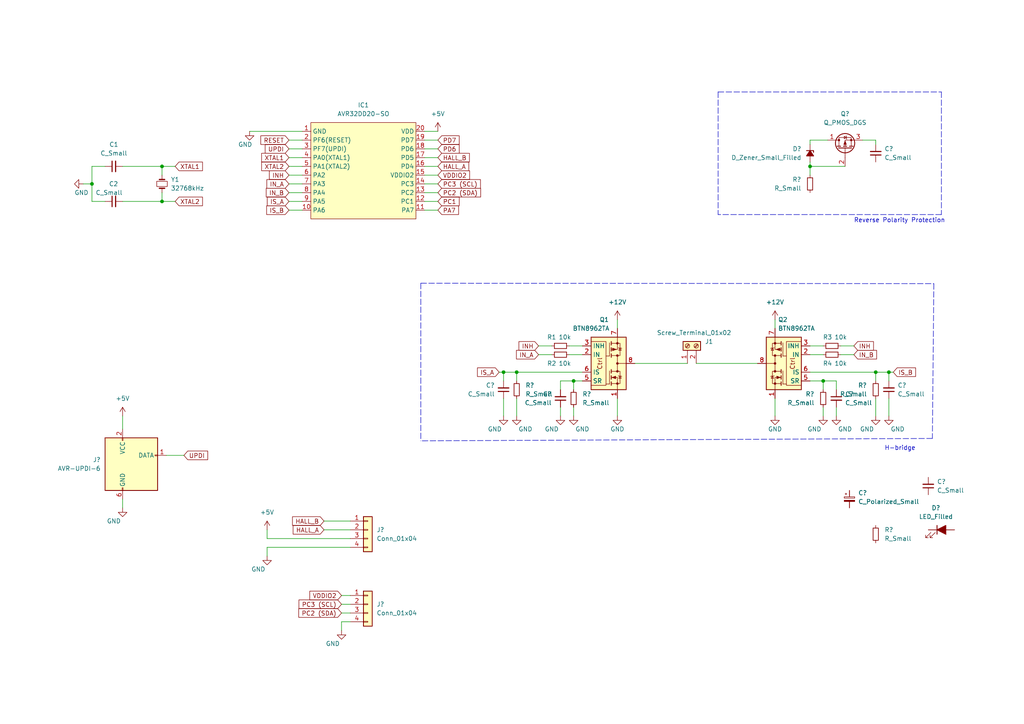
<source format=kicad_sch>
(kicad_sch (version 20211123) (generator eeschema)
  (paper "A4")
  (lib_symbols
    (symbol "Connector:AVR-UPDI-6" (pin_names (offset 1.016))
      (property "Reference" "J" (at -6.35 8.89 0))
      (property "Value" "AVR-UPDI-6" (at 0 8.89 0))
      (symbol "AVR-UPDI-6_0_1"
        (rectangle (start -2.667 -6.858) (end -2.413 -7.62))
        (rectangle (start -2.667 7.62) (end -2.413 6.858))
        (rectangle (start 7.62 2.667) (end 6.858 2.413))
        (rectangle (start 7.62 7.62) (end -7.62 -7.62) (stroke (width 0.254)) (fill (type background)))
      )
      (symbol "AVR-UPDI-6_1_1"
        (pin passive line (at 10.16 2.54 180) (length 2.54) (name "DATA") (number "1"))
        (pin passive line (at -2.54 10.16 270) (length 2.54) (name "VCC") (number "2"))
        (pin no_connect line (at 7.62 0 180) (length 2.54) hide (name "NC") (number "3"))
        (pin no_connect line (at 7.62 -2.54 180) (length 2.54) hide (name "NC") (number "4"))
        (pin no_connect line (at 7.62 -5.08 180) (length 2.54) hide (name "NC") (number "5"))
        (pin passive line (at -2.54 -10.16 90) (length 2.54) (name "GND") (number "6"))
      )
    )
    (symbol "Connector:Screw_Terminal_01x02" (pin_names (offset 1.016) hide)
      (property "Reference" "J" (at 0 2.54 0))
      (property "Value" "Screw_Terminal_01x02" (at 0 -5.08 0))
      (symbol "Screw_Terminal_01x02_1_1"
        (rectangle (start -1.27 1.27) (end 1.27 -3.81) (stroke (width 0.254)) (fill (type background)))
        (circle (center 0 -2.54) (radius 0.635) (stroke (width 0.1524)))
        (polyline (pts (xy -0.5334 -2.2098) (xy 0.3302 -3.048)) (stroke (width 0.1524)))
        (polyline (pts (xy -0.5334 0.3302) (xy 0.3302 -0.508)) (stroke (width 0.1524)))
        (polyline (pts (xy -0.3556 -2.032) (xy 0.508 -2.8702)) (stroke (width 0.1524)))
        (polyline (pts (xy -0.3556 0.508) (xy 0.508 -0.3302)) (stroke (width 0.1524)))
        (circle (center 0 0) (radius 0.635) (stroke (width 0.1524)))
        (pin passive line (at -5.08 0 0) (length 3.81) (name "Pin_1") (number "1"))
        (pin passive line (at -5.08 -2.54 0) (length 3.81) (name "Pin_2") (number "2"))
      )
    )
    (symbol "Connector_Generic:Conn_01x04" (pin_names (offset 1.016) hide)
      (property "Reference" "J" (at 0 5.08 0))
      (property "Value" "Conn_01x04" (at 0 -7.62 0))
      (symbol "Conn_01x04_1_1"
        (rectangle (start -1.27 -4.953) (end 0 -5.207) (stroke (width 0.1524)))
        (rectangle (start -1.27 -2.413) (end 0 -2.667) (stroke (width 0.1524)))
        (rectangle (start -1.27 0.127) (end 0 -0.127) (stroke (width 0.1524)))
        (rectangle (start -1.27 2.667) (end 0 2.413) (stroke (width 0.1524)))
        (rectangle (start -1.27 3.81) (end 1.27 -6.35) (stroke (width 0.254)) (fill (type background)))
        (pin passive line (at -5.08 2.54 0) (length 3.81) (name "Pin_1") (number "1"))
        (pin passive line (at -5.08 0 0) (length 3.81) (name "Pin_2") (number "2"))
        (pin passive line (at -5.08 -2.54 0) (length 3.81) (name "Pin_3") (number "3"))
        (pin passive line (at -5.08 -5.08 0) (length 3.81) (name "Pin_4") (number "4"))
      )
    )
    (symbol "Device:C_Polarized_Small" (pin_numbers hide) (pin_names (offset 0.254) hide)
      (property "Reference" "C" (at 0.254 1.778 0))
      (property "Value" "C_Polarized_Small" (at 0.254 -2.032 0))
      (symbol "C_Polarized_Small_0_1"
        (rectangle (start -1.524 -0.3048) (end 1.524 -0.6858) (fill (type outline)))
        (rectangle (start -1.524 0.6858) (end 1.524 0.3048))
        (polyline (pts (xy -1.27 1.524) (xy -0.762 1.524)))
        (polyline (pts (xy -1.016 1.27) (xy -1.016 1.778)))
      )
      (symbol "C_Polarized_Small_1_1"
        (pin passive line (at 0 2.54 270) (length 1.8542) (name "~") (number "1"))
        (pin passive line (at 0 -2.54 90) (length 1.8542) (name "~") (number "2"))
      )
    )
    (symbol "Device:C_Small" (pin_numbers hide) (pin_names (offset 0.254) hide)
      (property "Reference" "C" (at 0.254 1.778 0))
      (property "Value" "C_Small" (at 0.254 -2.032 0))
      (symbol "C_Small_0_1"
        (polyline (pts (xy -1.524 -0.508) (xy 1.524 -0.508)) (stroke (width 0.3302)))
        (polyline (pts (xy -1.524 0.508) (xy 1.524 0.508)) (stroke (width 0.3048)))
      )
      (symbol "C_Small_1_1"
        (pin passive line (at 0 2.54 270) (length 2.032) (name "~") (number "1"))
        (pin passive line (at 0 -2.54 90) (length 2.032) (name "~") (number "2"))
      )
    )
    (symbol "Device:Crystal_Small" (pin_numbers hide) (pin_names (offset 1.016) hide)
      (property "Reference" "Y" (at 0 2.54 0))
      (property "Value" "Crystal_Small" (at 0 -2.54 0))
      (symbol "Crystal_Small_0_1"
        (rectangle (start -0.762 -1.524) (end 0.762 1.524))
        (polyline (pts (xy -1.27 -0.762) (xy -1.27 0.762)) (stroke (width 0.381)))
        (polyline (pts (xy 1.27 -0.762) (xy 1.27 0.762)) (stroke (width 0.381)))
      )
      (symbol "Crystal_Small_1_1"
        (pin passive line (at -2.54 0 0) (length 1.27) (name "1") (number "1"))
        (pin passive line (at 2.54 0 180) (length 1.27) (name "2") (number "2"))
      )
    )
    (symbol "Device:D_Zener_Small_Filled" (pin_numbers hide) (pin_names (offset 0.254) hide)
      (property "Reference" "D" (at 0 2.286 0))
      (property "Value" "D_Zener_Small_Filled" (at 0 -2.286 0))
      (symbol "D_Zener_Small_Filled_0_1"
        (polyline (pts (xy 0.762 0) (xy -0.762 0)))
        (polyline (pts (xy -0.254 1.016) (xy -0.762 1.016) (xy -0.762 -1.016)) (stroke (width 0.254)))
        (polyline (pts (xy 0.762 1.016) (xy -0.762 0) (xy 0.762 -1.016) (xy 0.762 1.016)) (stroke (width 0.254)) (fill (type outline)))
      )
      (symbol "D_Zener_Small_Filled_1_1"
        (pin passive line (at -2.54 0 0) (length 1.778) (name "K") (number "1"))
        (pin passive line (at 2.54 0 180) (length 1.778) (name "A") (number "2"))
      )
    )
    (symbol "Device:LED_Filled" (pin_numbers hide) (pin_names (offset 1.016) hide)
      (property "Reference" "D" (at 0 2.54 0))
      (property "Value" "LED_Filled" (at 0 -2.54 0))
      (symbol "LED_Filled_0_1"
        (polyline (pts (xy -1.27 -1.27) (xy -1.27 1.27)) (stroke (width 0.254)))
        (polyline (pts (xy -1.27 0) (xy 1.27 0)))
        (polyline (pts (xy 1.27 -1.27) (xy 1.27 1.27) (xy -1.27 0) (xy 1.27 -1.27)) (stroke (width 0.254)) (fill (type outline)))
        (polyline (pts (xy -3.048 -0.762) (xy -4.572 -2.286) (xy -3.81 -2.286) (xy -4.572 -2.286) (xy -4.572 -1.524)))
        (polyline (pts (xy -1.778 -0.762) (xy -3.302 -2.286) (xy -2.54 -2.286) (xy -3.302 -2.286) (xy -3.302 -1.524)))
      )
      (symbol "LED_Filled_1_1"
        (pin passive line (at -3.81 0 0) (length 2.54) (name "K") (number "1"))
        (pin passive line (at 3.81 0 180) (length 2.54) (name "A") (number "2"))
      )
    )
    (symbol "Device:Q_PMOS_DGS" (pin_names (offset 0) hide)
      (property "Reference" "Q" (at 5.08 1.27 0))
      (property "Value" "Q_PMOS_DGS" (at 5.08 -1.27 0))
      (symbol "Q_PMOS_DGS_0_1"
        (polyline (pts (xy 0.254 0) (xy -2.54 0)))
        (polyline (pts (xy 0.254 1.905) (xy 0.254 -1.905)) (stroke (width 0.254)))
        (polyline (pts (xy 0.762 -1.27) (xy 0.762 -2.286)) (stroke (width 0.254)))
        (polyline (pts (xy 0.762 0.508) (xy 0.762 -0.508)) (stroke (width 0.254)))
        (polyline (pts (xy 0.762 2.286) (xy 0.762 1.27)) (stroke (width 0.254)))
        (polyline (pts (xy 2.54 2.54) (xy 2.54 1.778)))
        (polyline (pts (xy 2.54 -2.54) (xy 2.54 0) (xy 0.762 0)))
        (polyline (pts (xy 0.762 1.778) (xy 3.302 1.778) (xy 3.302 -1.778) (xy 0.762 -1.778)))
        (polyline (pts (xy 2.286 0) (xy 1.27 0.381) (xy 1.27 -0.381) (xy 2.286 0)) (fill (type outline)))
        (polyline (pts (xy 2.794 -0.508) (xy 2.921 -0.381) (xy 3.683 -0.381) (xy 3.81 -0.254)))
        (polyline (pts (xy 3.302 -0.381) (xy 2.921 0.254) (xy 3.683 0.254) (xy 3.302 -0.381)))
        (circle (center 1.651 0) (radius 2.794) (stroke (width 0.254)))
        (circle (center 2.54 -1.778) (radius 0.254) (fill (type outline)))
        (circle (center 2.54 1.778) (radius 0.254) (fill (type outline)))
      )
      (symbol "Q_PMOS_DGS_1_1"
        (pin passive line (at 2.54 5.08 270) (length 2.54) (name "D") (number "1"))
        (pin input line (at -5.08 0 0) (length 2.54) (name "G") (number "2"))
        (pin passive line (at 2.54 -5.08 90) (length 2.54) (name "S") (number "3"))
      )
    )
    (symbol "Device:R_Small" (pin_numbers hide) (pin_names (offset 0.254) hide)
      (property "Reference" "R" (at 0.762 0.508 0))
      (property "Value" "R_Small" (at 0.762 -1.016 0))
      (symbol "R_Small_0_1"
        (rectangle (start -0.762 1.778) (end 0.762 -1.778) (stroke (width 0.2032)))
      )
      (symbol "R_Small_1_1"
        (pin passive line (at 0 2.54 270) (length 0.762) (name "~") (number "1"))
        (pin passive line (at 0 -2.54 90) (length 0.762) (name "~") (number "2"))
      )
    )
    (symbol "MCU_Microchip_AVR-DD:AVR32DD20-SO"
      (property "Reference" "IC" (at -13.97 15.24 0))
      (property "Value" "AVR32DD20-SO" (at 0 -5.08 0))
      (symbol "AVR32DD20-SO_0_1"
        (rectangle (start -15.24 13.97) (end 15.24 -13.97) (fill (type background)))
      )
      (symbol "AVR32DD20-SO_1_1"
        (pin power_in line (at -17.78 11.43 0) (length 2.54) (name "GND") (number "1"))
        (pin bidirectional line (at -17.78 -11.43 0) (length 2.54) (name "PA6") (number "10"))
        (pin bidirectional line (at 17.78 -11.43 180) (length 2.54) (name "PA7") (number "11"))
        (pin bidirectional line (at 17.78 -8.89 180) (length 2.54) (name "PC1") (number "12"))
        (pin bidirectional line (at 17.78 -6.35 180) (length 2.54) (name "PC2") (number "13"))
        (pin bidirectional line (at 17.78 -3.81 180) (length 2.54) (name "PC3") (number "14"))
        (pin power_in line (at 17.78 -1.27 180) (length 2.54) (name "VDDIO2") (number "15"))
        (pin bidirectional line (at 17.78 1.27 180) (length 2.54) (name "PD4") (number "16"))
        (pin bidirectional line (at 17.78 3.81 180) (length 2.54) (name "PD5") (number "17"))
        (pin bidirectional line (at 17.78 6.35 180) (length 2.54) (name "PD6") (number "18"))
        (pin bidirectional line (at 17.78 8.89 180) (length 2.54) (name "PD7") (number "19"))
        (pin bidirectional line (at -17.78 8.89 0) (length 2.54) (name "PF6(RESET)") (number "2"))
        (pin power_in line (at 17.78 11.43 180) (length 2.54) (name "VDD") (number "20"))
        (pin bidirectional line (at -17.78 6.35 0) (length 2.54) (name "PF7(UPDI)") (number "3"))
        (pin bidirectional line (at -17.78 3.81 0) (length 2.54) (name "PA0(XTAL1)") (number "4"))
        (pin bidirectional line (at -17.78 1.27 0) (length 2.54) (name "PA1(XTAL2)") (number "5"))
        (pin bidirectional line (at -17.78 -1.27 0) (length 2.54) (name "PA2") (number "6"))
        (pin bidirectional line (at -17.78 -3.81 0) (length 2.54) (name "PA3") (number "7"))
        (pin bidirectional line (at -17.78 -6.35 0) (length 2.54) (name "PA4") (number "8"))
        (pin bidirectional line (at -17.78 -8.89 0) (length 2.54) (name "PA5") (number "9"))
      )
    )
    (symbol "power:+12V" (power) (pin_names (offset 0))
      (property "Value" "+12V" (at 0 3.556 0))
      (symbol "+12V_0_1"
        (polyline (pts (xy -0.762 1.27) (xy 0 2.54)))
        (polyline (pts (xy 0 0) (xy 0 2.54)))
        (polyline (pts (xy 0 2.54) (xy 0.762 1.27)))
      )
      (symbol "+12V_1_1"
        (pin power_in line (at 0 0 90) (length 0) hide (name "+12V") (number "1"))
      )
    )
    (symbol "power:+5V" (power) (pin_names (offset 0))
      (property "Value" "+5V" (at 0 3.556 0))
      (symbol "+5V_0_1"
        (polyline (pts (xy -0.762 1.27) (xy 0 2.54)))
        (polyline (pts (xy 0 0) (xy 0 2.54)))
        (polyline (pts (xy 0 2.54) (xy 0.762 1.27)))
      )
      (symbol "+5V_1_1"
        (pin power_in line (at 0 0 90) (length 0) hide (name "+5V") (number "1"))
      )
    )
    (symbol "power:GND" (power) (pin_names (offset 0))
      (property "Value" "GND" (at 0 -3.81 0))
      (symbol "GND_0_1"
        (polyline (pts (xy 0 0) (xy 0 -1.27) (xy 1.27 -1.27) (xy 0 -2.54) (xy -1.27 -1.27) (xy 0 -1.27)))
      )
      (symbol "GND_1_1"
        (pin power_in line (at 0 0 270) (length 0) hide (name "GND") (number "1"))
      )
    )
    (symbol "rns_symbols:BTN8962TA"
      (property "Reference" "Q" (at 7.62 7.62 0))
      (property "Value" "BTN8962TA" (at -5.08 10.16 0))
      (symbol "BTN8962TA_0_1"
        (rectangle (start -5.08 7.62) (end 5.08 -7.62) (stroke (width 0.254)) (fill (type background)))
        (polyline (pts (xy 0.254 -5.969) (xy -0.762 -5.969)))
        (polyline (pts (xy 0.254 2.159) (xy -0.762 2.159)))
        (polyline (pts (xy 2.54 0) (xy 5.08 0)))
        (polyline (pts (xy 2.54 2.286) (xy 2.54 -2.286)))
        (polyline (pts (xy 2.54 -5.842) (xy 2.54 -7.62) (xy 2.54 -6.858)))
        (polyline (pts (xy -5.08 6.35) (xy -0.762 6.35) (xy -0.762 -6.35) (xy -5.08 -6.35)))
      )
      (symbol "BTN8962TA_1_0"
        (text "Ctrl" (at -2.54 0 900) (effects (font (size 1.27 1.27))))
      )
      (symbol "BTN8962TA_1_1"
        (polyline (pts (xy 0.762 -5.842) (xy 2.54 -5.842)))
        (polyline (pts (xy 0.762 -5.334) (xy 0.762 -6.35)) (stroke (width 0.254)))
        (polyline (pts (xy 0.762 -4.064) (xy 2.54 -4.064)))
        (polyline (pts (xy 0.762 -3.556) (xy 0.762 -4.572)) (stroke (width 0.254)))
        (polyline (pts (xy 0.762 -2.286) (xy 2.54 -2.286)))
        (polyline (pts (xy 0.762 -1.778) (xy 0.762 -2.794)) (stroke (width 0.254)))
        (polyline (pts (xy 0.762 2.286) (xy 2.54 2.286)))
        (polyline (pts (xy 0.762 2.794) (xy 0.762 1.778)) (stroke (width 0.254)))
        (polyline (pts (xy 0.762 4.064) (xy 2.54 4.064)))
        (polyline (pts (xy 0.762 4.572) (xy 0.762 3.556)) (stroke (width 0.254)))
        (polyline (pts (xy 0.762 5.842) (xy 2.54 5.842)))
        (polyline (pts (xy 0.762 6.35) (xy 0.762 5.334)) (stroke (width 0.254)))
        (polyline (pts (xy 2.54 -5.842) (xy 2.54 -4.064)))
        (polyline (pts (xy 2.54 4.064) (xy 2.54 5.842)))
        (polyline (pts (xy 2.54 7.62) (xy 2.54 5.842)))
        (polyline (pts (xy 0.254 -2.159) (xy 0.254 -5.969) (xy 0.254 -5.969)))
        (polyline (pts (xy 0.254 5.969) (xy 0.254 2.159) (xy 0.254 2.159)))
        (polyline (pts (xy 1.016 -4.064) (xy 2.032 -3.683) (xy 2.032 -4.445) (xy 1.016 -4.064)) (fill (type outline)))
        (polyline (pts (xy 2.159 4.064) (xy 1.143 3.683) (xy 1.143 4.445) (xy 2.159 4.064)) (fill (type outline)))
        (polyline (pts (xy 2.54 -5.842) (xy 3.302 -5.842) (xy 3.302 -2.286) (xy 2.54 -2.286)))
        (polyline (pts (xy 2.54 2.286) (xy 3.302 2.286) (xy 3.302 5.842) (xy 2.54 5.842)))
        (polyline (pts (xy 2.794 -3.556) (xy 2.921 -3.683) (xy 3.683 -3.683) (xy 3.81 -3.81)))
        (polyline (pts (xy 2.794 4.572) (xy 2.921 4.445) (xy 3.683 4.445) (xy 3.81 4.318)))
        (polyline (pts (xy 3.302 -3.683) (xy 2.921 -4.318) (xy 3.683 -4.318) (xy 3.302 -3.683)))
        (polyline (pts (xy 3.302 4.445) (xy 2.921 3.81) (xy 3.683 3.81) (xy 3.302 4.445)))
        (circle (center 2.54 -5.842) (radius 0.2794) (fill (type outline)))
        (circle (center 2.54 -2.286) (radius 0.2794) (fill (type outline)))
        (circle (center 2.54 0) (radius 0.2794) (fill (type outline)))
        (circle (center 2.54 2.286) (radius 0.2794) (fill (type outline)))
        (circle (center 2.54 5.842) (radius 0.2794) (fill (type outline)))
        (pin power_in line (at 2.54 -10.16 90) (length 2.54) (name "~") (number "1"))
        (pin input line (at -7.62 2.54 0) (length 2.54) (name "IN") (number "2"))
        (pin input line (at -7.62 5.08 0) (length 2.54) (name "INH") (number "3"))
        (pin passive line (at 7.62 0 180) (length 2.54) hide (name "~") (number "4"))
        (pin input line (at -7.62 -5.08 0) (length 2.54) (name "SR") (number "5"))
        (pin output line (at -7.62 -2.54 0) (length 2.54) (name "IS") (number "6"))
        (pin power_in line (at 2.54 10.16 270) (length 2.54) (name "~") (number "7"))
        (pin passive line (at 7.62 0 180) (length 2.54) (name "~") (number "8"))
      )
    )
  )
  (junction (at 234.95 48.26))
  (junction (at 26.67 53.34))
  (junction (at 166.37 110.49))
  (junction (at 46.99 48.26))
  (junction (at 149.86 107.95))
  (junction (at 254 107.95))
  (junction (at 46.99 58.42))
  (junction (at 257.81 107.95))
  (junction (at 238.76 110.49))
  (junction (at 146.05 107.95))
  (wire (pts (xy 127 58.42) (xy 123.19 58.42)))
  (wire (pts (xy 224.79 115.57) (xy 224.79 120.65)))
  (wire (pts (xy 99.06 172.72) (xy 101.6 172.72)))
  (wire (pts (xy 53.34 132.08) (xy 48.26 132.08)))
  (wire (pts (xy 77.47 156.21) (xy 77.47 153.67)))
  (wire (pts (xy 234.95 48.26) (xy 234.95 50.8)))
  (polyline (pts (xy 270.4289 127.1677) (xy 122.0546 127.8631)))
  (wire (pts (xy 93.98 153.67) (xy 101.6 153.67)))
  (wire (pts (xy 168.91 110.49) (xy 166.37 110.49)))
  (wire (pts (xy 254 40.64) (xy 254 41.91)))
  (wire (pts (xy 243.84 102.87) (xy 247.65 102.87)))
  (wire (pts (xy 46.99 48.26) (xy 46.99 50.8)))
  (polyline (pts (xy 273.05 26.67) (xy 273.05 62.23)))
  (wire (pts (xy 83.82 43.18) (xy 87.63 43.18)))
  (wire (pts (xy 26.67 53.34) (xy 26.67 48.26)))
  (wire (pts (xy 234.95 46.99) (xy 234.95 48.26)))
  (wire (pts (xy 77.47 156.21) (xy 101.6 156.21)))
  (wire (pts (xy 234.95 100.33) (xy 238.76 100.33)))
  (wire (pts (xy 83.82 55.88) (xy 87.63 55.88)))
  (wire (pts (xy 242.57 113.03) (xy 242.57 110.49)))
  (wire (pts (xy 83.82 60.96) (xy 87.63 60.96)))
  (wire (pts (xy 26.67 48.26) (xy 30.48 48.26)))
  (wire (pts (xy 165.1 100.33) (xy 168.91 100.33)))
  (wire (pts (xy 72.39 38.1) (xy 87.63 38.1)))
  (wire (pts (xy 77.47 158.75) (xy 77.47 161.29)))
  (wire (pts (xy 127 55.88) (xy 123.19 55.88)))
  (wire (pts (xy 166.37 120.65) (xy 166.37 118.11)))
  (wire (pts (xy 83.82 40.64) (xy 87.63 40.64)))
  (polyline (pts (xy 208.28 26.67) (xy 208.28 62.23)))
  (polyline (pts (xy 270.8544 82.2679) (xy 270.4289 127.1677)))
  (wire (pts (xy 238.76 120.65) (xy 238.76 118.11)))
  (wire (pts (xy 149.86 115.57) (xy 149.86 120.65)))
  (wire (pts (xy 162.56 113.03) (xy 162.56 110.49)))
  (wire (pts (xy 127 53.34) (xy 123.19 53.34)))
  (wire (pts (xy 238.76 110.49) (xy 238.76 113.03)))
  (wire (pts (xy 83.82 50.8) (xy 87.63 50.8)))
  (wire (pts (xy 24.13 53.34) (xy 26.67 53.34)))
  (wire (pts (xy 123.19 43.18) (xy 127 43.18)))
  (polyline (pts (xy 273.05 62.23) (xy 208.28 62.23)))
  (wire (pts (xy 123.19 48.26) (xy 127 48.26)))
  (wire (pts (xy 242.57 120.65) (xy 242.57 118.11)))
  (wire (pts (xy 162.56 120.65) (xy 162.56 118.11)))
  (wire (pts (xy 123.19 40.64) (xy 127 40.64)))
  (wire (pts (xy 83.82 48.26) (xy 87.63 48.26)))
  (wire (pts (xy 234.95 107.95) (xy 254 107.95)))
  (wire (pts (xy 123.19 50.8) (xy 127 50.8)))
  (wire (pts (xy 149.86 107.95) (xy 168.91 107.95)))
  (wire (pts (xy 35.56 58.42) (xy 46.99 58.42)))
  (wire (pts (xy 83.82 45.72) (xy 87.63 45.72)))
  (wire (pts (xy 99.06 180.34) (xy 99.06 182.88)))
  (wire (pts (xy 234.95 41.91) (xy 234.95 40.64)))
  (wire (pts (xy 242.57 110.49) (xy 238.76 110.49)))
  (wire (pts (xy 26.67 58.42) (xy 26.67 53.34)))
  (wire (pts (xy 166.37 110.49) (xy 166.37 113.03)))
  (wire (pts (xy 257.81 110.49) (xy 257.81 107.95)))
  (wire (pts (xy 250.19 40.64) (xy 254 40.64)))
  (wire (pts (xy 77.47 158.75) (xy 101.6 158.75)))
  (wire (pts (xy 123.19 60.96) (xy 127 60.96)))
  (wire (pts (xy 35.56 48.26) (xy 46.99 48.26)))
  (wire (pts (xy 99.06 177.8) (xy 101.6 177.8)))
  (wire (pts (xy 234.95 102.87) (xy 238.76 102.87)))
  (wire (pts (xy 201.93 105.41) (xy 219.71 105.41)))
  (wire (pts (xy 146.05 110.49) (xy 146.05 107.95)))
  (wire (pts (xy 35.56 144.78) (xy 35.56 147.32)))
  (polyline (pts (xy 208.28 26.67) (xy 273.05 26.67)))
  (wire (pts (xy 179.07 115.57) (xy 179.07 120.65)))
  (wire (pts (xy 83.82 58.42) (xy 87.63 58.42)))
  (wire (pts (xy 165.1 102.87) (xy 168.91 102.87)))
  (wire (pts (xy 123.19 45.72) (xy 127 45.72)))
  (wire (pts (xy 162.56 110.49) (xy 166.37 110.49)))
  (wire (pts (xy 99.06 175.26) (xy 101.6 175.26)))
  (wire (pts (xy 234.95 110.49) (xy 238.76 110.49)))
  (wire (pts (xy 179.07 92.71) (xy 179.07 95.25)))
  (wire (pts (xy 46.99 58.42) (xy 50.8 58.42)))
  (wire (pts (xy 144.78 107.95) (xy 146.05 107.95)))
  (wire (pts (xy 93.98 151.13) (xy 101.6 151.13)))
  (wire (pts (xy 30.48 58.42) (xy 26.67 58.42)))
  (wire (pts (xy 156.21 102.87) (xy 160.02 102.87)))
  (wire (pts (xy 146.05 107.95) (xy 149.86 107.95)))
  (wire (pts (xy 83.82 53.34) (xy 87.63 53.34)))
  (wire (pts (xy 123.19 38.1) (xy 127 38.1)))
  (wire (pts (xy 156.21 100.33) (xy 160.02 100.33)))
  (wire (pts (xy 254 107.95) (xy 254 110.49)))
  (wire (pts (xy 257.81 107.95) (xy 254 107.95)))
  (wire (pts (xy 184.15 105.41) (xy 199.39 105.41)))
  (wire (pts (xy 146.05 115.57) (xy 146.05 120.65)))
  (wire (pts (xy 46.99 48.26) (xy 50.8 48.26)))
  (wire (pts (xy 149.86 107.95) (xy 149.86 110.49)))
  (polyline (pts (xy 122.0546 82.1431) (xy 270.8544 82.2679)))
  (wire (pts (xy 234.95 48.26) (xy 245.11 48.26)))
  (wire (pts (xy 35.56 120.65) (xy 35.56 124.46)))
  (wire (pts (xy 243.84 100.33) (xy 247.65 100.33)))
  (wire (pts (xy 101.6 180.34) (xy 99.06 180.34)))
  (polyline (pts (xy 122.0546 82.1431) (xy 122.0546 127.8631)))
  (wire (pts (xy 257.81 107.95) (xy 259.08 107.95)))
  (wire (pts (xy 254 115.57) (xy 254 120.65)))
  (wire (pts (xy 224.79 92.71) (xy 224.79 95.25)))
  (wire (pts (xy 234.95 40.64) (xy 240.03 40.64)))
  (wire (pts (xy 257.81 115.57) (xy 257.81 120.65)))
  (wire (pts (xy 46.99 55.88) (xy 46.99 58.42)))
  (text "Reverse Polarity Protection" (at 247.65 64.77 0) (effects (font (size 1.27 1.27)) (justify left bottom)))
  (text "H-bridge" (at 256.54 130.81 0) (effects (font (size 1.27 1.27)) (justify left bottom)))
  (global_label "IS_B" (shape input) (at 259.08 107.95 0) (property "Intersheet References" "${INTERSHEET_REFS}" (effects hide)))
  (global_label "PC1" (shape input) (at 127 58.42 0) (property "Intersheet References" "${INTERSHEET_REFS}" (effects hide)))
  (global_label "HALL_A" (shape input) (at 127 48.26 0) (property "Intersheet References" "${INTERSHEET_REFS}" (effects hide)))
  (global_label "VDDIO2" (shape input) (at 127 50.8 0) (property "Intersheet References" "${INTERSHEET_REFS}" (effects hide)))
  (global_label "XTAL2" (shape input) (at 83.82 48.26 180) (property "Intersheet References" "${INTERSHEET_REFS}" (effects hide)))
  (global_label "PC2 (SDA)" (shape input) (at 127 55.88 0) (property "Intersheet References" "${INTERSHEET_REFS}" (effects hide)))
  (global_label "PC3 (SCL)" (shape input) (at 99.06 175.26 180) (property "Intersheet References" "${INTERSHEET_REFS}" (effects hide)))
  (global_label "PC3 (SCL)" (shape input) (at 127 53.34 0) (property "Intersheet References" "${INTERSHEET_REFS}" (effects hide)))
  (global_label "IS_B" (shape input) (at 83.82 60.96 180) (property "Intersheet References" "${INTERSHEET_REFS}" (effects hide)))
  (global_label "HALL_B" (shape input) (at 127 45.72 0) (property "Intersheet References" "${INTERSHEET_REFS}" (effects hide)))
  (global_label "INH" (shape input) (at 156.21 100.33 180) (property "Intersheet References" "${INTERSHEET_REFS}" (effects hide)))
  (global_label "INH" (shape input) (at 247.65 100.33 0) (property "Intersheet References" "${INTERSHEET_REFS}" (effects hide)))
  (global_label "HALL_B" (shape input) (at 93.98 151.13 180) (property "Intersheet References" "${INTERSHEET_REFS}" (effects hide)))
  (global_label "PD7" (shape input) (at 127 40.64 0) (property "Intersheet References" "${INTERSHEET_REFS}" (effects hide)))
  (global_label "PA7" (shape input) (at 127 60.96 0) (property "Intersheet References" "${INTERSHEET_REFS}" (effects hide)))
  (global_label "UPDI" (shape input) (at 53.34 132.08 0) (property "Intersheet References" "${INTERSHEET_REFS}" (effects hide)))
  (global_label "INH" (shape input) (at 83.82 50.8 180) (property "Intersheet References" "${INTERSHEET_REFS}" (effects hide)))
  (global_label "HALL_A" (shape input) (at 93.98 153.67 180) (property "Intersheet References" "${INTERSHEET_REFS}" (effects hide)))
  (global_label "XTAL1" (shape input) (at 50.8 48.26 0) (property "Intersheet References" "${INTERSHEET_REFS}" (effects hide)))
  (global_label "IN_A" (shape input) (at 156.21 102.87 180) (property "Intersheet References" "${INTERSHEET_REFS}" (effects hide)))
  (global_label "IN_A" (shape input) (at 83.82 53.34 180) (property "Intersheet References" "${INTERSHEET_REFS}" (effects hide)))
  (global_label "IN_B" (shape input) (at 247.65 102.87 0) (property "Intersheet References" "${INTERSHEET_REFS}" (effects hide)))
  (global_label "RESET" (shape input) (at 83.82 40.64 180) (property "Intersheet References" "${INTERSHEET_REFS}" (effects hide)))
  (global_label "PD6" (shape input) (at 127 43.18 0) (property "Intersheet References" "${INTERSHEET_REFS}" (effects hide)))
  (global_label "XTAL2" (shape input) (at 50.8 58.42 0) (property "Intersheet References" "${INTERSHEET_REFS}" (effects hide)))
  (global_label "IS_A" (shape input) (at 83.82 58.42 180) (property "Intersheet References" "${INTERSHEET_REFS}" (effects hide)))
  (global_label "XTAL1" (shape input) (at 83.82 45.72 180) (property "Intersheet References" "${INTERSHEET_REFS}" (effects hide)))
  (global_label "IS_A" (shape input) (at 144.78 107.95 180) (property "Intersheet References" "${INTERSHEET_REFS}" (effects hide)))
  (global_label "VDDIO2" (shape input) (at 99.06 172.72 180) (property "Intersheet References" "${INTERSHEET_REFS}" (effects hide)))
  (global_label "UPDI" (shape input) (at 83.82 43.18 180) (property "Intersheet References" "${INTERSHEET_REFS}" (effects hide)))
  (global_label "PC2 (SDA)" (shape input) (at 99.06 177.8 180) (property "Intersheet References" "${INTERSHEET_REFS}" (effects hide)))
  (global_label "IN_B" (shape input) (at 83.82 55.88 180) (property "Intersheet References" "${INTERSHEET_REFS}" (effects hide)))
  (symbol (lib_id "Device:LED_Filled") (at 273.05 153.67 0) (unit 1)
    (property "Reference" "D?" (at 271.4625 147.32 0))
    (property "Value" "LED_Filled" (at 271.4625 149.86 0))
  )
  (symbol (lib_id "Device:Q_PMOS_DGS") (at 245.11 43.18 90) (unit 1)
    (property "Reference" "Q?" (at 245.11 33.02 90))
    (property "Value" "Q_PMOS_DGS" (at 245.11 35.56 90))
  )
  (symbol (lib_id "MCU_Microchip_AVR-DD:AVR32DD20-SO") (at 105.41 49.53 0) (unit 1)
    (property "Reference" "IC1" (at 105.41 30.48 0))
    (property "Value" "AVR32DD20-SO" (at 105.41 33.02 0))
    (property "Footprint" "Package_SO:SOIC-20W_7.5x12.8mm_P1.27mm" (effects hide))
  )
  (symbol (lib_id "Device:C_Small") (at 242.57 115.57 0) (unit 1)
    (property "Reference" "C?" (at 245.11 114.3062 0) (effects (justify left)))
    (property "Value" "C_Small" (at 245.11 116.8462 0) (effects (justify left)))
  )
  (symbol (lib_id "Device:C_Polarized_Small") (at 246.38 144.78 0) (unit 1)
    (property "Reference" "C?" (at 248.92 142.9638 0) (effects (justify left)))
    (property "Value" "C_Polarized_Small" (at 248.92 145.5038 0) (effects (justify left)))
  )
  (symbol (lib_id "Device:R_Small") (at 162.56 102.87 270) (unit 1)
    (property "Reference" "R2" (at 160.02 105.41 90))
    (property "Value" "10k" (at 163.83 105.41 90))
  )
  (symbol (lib_id "Device:C_Small") (at 257.81 113.03 180) (unit 1)
    (property "Reference" "C?" (at 260.35 111.7535 0) (effects (justify right)))
    (property "Value" "C_Small" (at 260.35 114.2935 0) (effects (justify right)))
  )
  (symbol (lib_id "Device:R_Small") (at 241.3 100.33 90) (unit 1)
    (property "Reference" "R3" (at 240.03 97.79 90))
    (property "Value" "10k" (at 243.84 97.79 90))
  )
  (symbol (lib_id "power:+12V") (at 179.07 92.71 0) (unit 1)
    (property "Reference" "#PWR?" (effects hide))
    (property "Value" "+12V" (at 179.07 87.63 0))
  )
  (symbol (lib_id "power:GND") (at 238.76 120.65 0) (unit 1)
    (property "Reference" "#PWR?" (effects hide))
    (property "Value" "GND" (at 236.22 124.46 0))
  )
  (symbol (lib_id "power:GND") (at 77.47 161.29 0) (unit 1)
    (property "Reference" "#PWR?" (effects hide))
    (property "Value" "GND" (at 74.93 165.1 0))
  )
  (symbol (lib_id "power:GND") (at 149.86 120.65 0) (unit 1)
    (property "Reference" "#PWR?" (effects hide))
    (property "Value" "GND" (at 152.4 124.46 0))
  )
  (symbol (lib_id "power:+5V") (at 127 38.1 0) (unit 1)
    (property "Reference" "#PWR?" (effects hide))
    (property "Value" "+5V" (at 127 33.02 0))
  )
  (symbol (lib_id "Device:R_Small") (at 241.3 102.87 90) (unit 1)
    (property "Reference" "R4" (at 240.03 105.41 90))
    (property "Value" "10k" (at 243.84 105.41 90))
  )
  (symbol (lib_id "Connector:AVR-UPDI-6") (at 38.1 134.62 0) (unit 1)
    (property "Reference" "J?" (at 29.21 133.3499 0) (effects (justify right)))
    (property "Value" "AVR-UPDI-6" (at 29.21 135.8899 0) (effects (justify right)))
    (property "Datasheet" "https://www.microchip.com/webdoc/GUID-9D10622A-5C16-4405-B092-1BDD437B4976/index.html?GUID-9B349315-2842-4189-B88C-49F4E1055D7F" (effects hide))
  )
  (symbol (lib_id "power:GND") (at 254 120.65 0) (unit 1)
    (property "Reference" "#PWR?" (effects hide))
    (property "Value" "GND" (at 251.46 124.46 0))
  )
  (symbol (lib_id "power:GND") (at 179.07 120.65 0) (unit 1)
    (property "Reference" "#PWR?" (effects hide))
    (property "Value" "GND" (at 179.07 124.46 0))
  )
  (symbol (lib_id "power:GND") (at 257.81 120.65 0) (unit 1)
    (property "Reference" "#PWR?" (effects hide))
    (property "Value" "GND" (at 260.35 124.46 0))
  )
  (symbol (lib_id "Device:R_Small") (at 234.95 53.34 0) (mirror x) (unit 1)
    (property "Reference" "R?" (at 232.41 52.0699 0) (effects (justify right)))
    (property "Value" "R_Small" (at 232.41 54.6099 0) (effects (justify right)))
  )
  (symbol (lib_id "power:GND") (at 242.57 120.65 0) (unit 1)
    (property "Reference" "#PWR?" (effects hide))
    (property "Value" "GND" (at 245.11 124.46 0))
  )
  (symbol (lib_id "Device:C_Small") (at 33.02 48.26 90) (unit 1)
    (property "Reference" "C1" (at 33.0263 41.91 90))
    (property "Value" "C_Small" (at 33.0263 44.45 90))
  )
  (symbol (lib_id "power:+12V") (at 224.79 92.71 0) (unit 1)
    (property "Reference" "#PWR?" (effects hide))
    (property "Value" "+12V" (at 224.79 87.63 0))
  )
  (symbol (lib_id "power:GND") (at 146.05 120.65 0) (unit 1)
    (property "Reference" "#PWR?" (effects hide))
    (property "Value" "GND" (at 143.51 124.46 0))
  )
  (symbol (lib_id "Connector_Generic:Conn_01x04") (at 106.68 175.26 0) (unit 1)
    (property "Reference" "J?" (at 109.22 175.2599 0) (effects (justify left)))
    (property "Value" "Conn_01x04" (at 109.22 177.7999 0) (effects (justify left)))
  )
  (symbol (lib_id "power:GND") (at 35.56 147.32 0) (unit 1)
    (property "Reference" "#PWR?" (effects hide))
    (property "Value" "GND" (at 33.02 151.13 0))
  )
  (symbol (lib_id "Device:R_Small") (at 254 154.94 0) (unit 1)
    (property "Reference" "R?" (at 256.54 153.6699 0) (effects (justify left)))
    (property "Value" "R_Small" (at 256.54 156.2099 0) (effects (justify left)))
  )
  (symbol (lib_id "Device:R_Small") (at 149.86 113.03 0) (unit 1)
    (property "Reference" "R?" (at 152.4 111.7599 0) (effects (justify left)))
    (property "Value" "R_Small" (at 152.4 114.2999 0) (effects (justify left)))
  )
  (symbol (lib_id "power:GND") (at 166.37 120.65 0) (unit 1)
    (property "Reference" "#PWR?" (effects hide))
    (property "Value" "GND" (at 168.91 124.46 0))
  )
  (symbol (lib_id "power:GND") (at 162.56 120.65 0) (unit 1)
    (property "Reference" "#PWR?" (effects hide))
    (property "Value" "GND" (at 160.02 124.46 0))
  )
  (symbol (lib_id "Connector:Screw_Terminal_01x02") (at 199.39 100.33 90) (unit 1)
    (property "Reference" "J1" (at 204.47 99.0599 90) (effects (justify right)))
    (property "Value" "Screw_Terminal_01x02" (at 190.5 96.52 90) (effects (justify right)))
  )
  (symbol (lib_id "Device:R_Small") (at 166.37 115.57 0) (unit 1)
    (property "Reference" "R?" (at 168.91 114.2999 0) (effects (justify left)))
    (property "Value" "R_Small" (at 168.91 116.8399 0) (effects (justify left)))
  )
  (symbol (lib_id "Connector_Generic:Conn_01x04") (at 106.68 153.67 0) (unit 1)
    (property "Reference" "J?" (at 109.22 153.6699 0) (effects (justify left)))
    (property "Value" "Conn_01x04" (at 109.22 156.2099 0) (effects (justify left)))
  )
  (symbol (lib_id "Device:C_Small") (at 33.02 58.42 90) (unit 1)
    (property "Reference" "C2" (at 34.29 53.34 90) (effects (justify left)))
    (property "Value" "C_Small" (at 35.56 55.88 90) (effects (justify left)))
  )
  (symbol (lib_id "Device:R_Small") (at 254 113.03 0) (mirror x) (unit 1)
    (property "Reference" "R?" (at 251.46 111.7599 0) (effects (justify right)))
    (property "Value" "R_Small" (at 251.46 114.2999 0) (effects (justify right)))
  )
  (symbol (lib_id "power:GND") (at 224.79 120.65 0) (unit 1)
    (property "Reference" "#PWR?" (effects hide))
    (property "Value" "GND" (at 224.79 124.46 0))
  )
  (symbol (lib_id "rns_symbols:BTN8962TA") (at 176.53 105.41 0) (unit 1)
    (property "Reference" "Q1" (at 175.26 92.71 0))
    (property "Value" "BTN8962TA" (at 171.45 95.25 0))
    (property "Footprint" "Package_TO_SOT_SMD:TO-263-7_TabPin8" (effects hide))
    (property "Datasheet" "https://www.infineon.com/dgdl/Infineon-BTN8962TA-DS-v01_00-EN.pdf?fileId=db3a30433fa9412f013fbe2d247a7bf5" (effects hide))
  )
  (symbol (lib_id "power:GND") (at 99.06 182.88 0) (unit 1)
    (property "Reference" "#PWR?" (effects hide))
    (property "Value" "GND" (at 96.52 186.69 0))
  )
  (symbol (lib_id "Device:C_Small") (at 162.56 115.57 0) (mirror x) (unit 1)
    (property "Reference" "C?" (at 160.02 114.2935 0) (effects (justify right)))
    (property "Value" "C_Small" (at 160.02 116.8335 0) (effects (justify right)))
  )
  (symbol (lib_id "Device:C_Small") (at 254 44.45 180) (unit 1)
    (property "Reference" "C?" (at 256.54 43.1735 0) (effects (justify right)))
    (property "Value" "C_Small" (at 256.54 45.7135 0) (effects (justify right)))
  )
  (symbol (lib_id "Device:D_Zener_Small_Filled") (at 234.95 44.45 270) (unit 1)
    (property "Reference" "D?" (at 229.87 43.18 90) (effects (justify left)))
    (property "Value" "D_Zener_Small_Filled" (at 212.09 45.72 90) (effects (justify left)))
  )
  (symbol (lib_id "Device:C_Small") (at 146.05 113.03 0) (mirror x) (unit 1)
    (property "Reference" "C?" (at 143.51 111.7535 0) (effects (justify right)))
    (property "Value" "C_Small" (at 143.51 114.2935 0) (effects (justify right)))
  )
  (symbol (lib_id "Device:R_Small") (at 162.56 100.33 90) (unit 1)
    (property "Reference" "R1" (at 160.02 97.79 90))
    (property "Value" "10k" (at 163.83 97.79 90))
  )
  (symbol (lib_id "rns_symbols:BTN8962TA") (at 227.33 105.41 0) (mirror y) (unit 1)
    (property "Reference" "Q2" (at 225.6789 92.71 0) (effects (justify right)))
    (property "Value" "BTN8962TA" (at 225.6789 95.25 0) (effects (justify right)))
    (property "Footprint" "Package_TO_SOT_SMD:TO-263-7_TabPin8" (effects hide))
    (property "Datasheet" "https://www.infineon.com/dgdl/Infineon-BTN8962TA-DS-v01_00-EN.pdf?fileId=db3a30433fa9412f013fbe2d247a7bf5" (effects hide))
  )
  (symbol (lib_id "power:GND") (at 24.13 53.34 270) (unit 1)
    (property "Reference" "#PWR?" (effects hide))
    (property "Value" "GND" (at 21.59 55.88 90) (effects (justify left)))
  )
  (symbol (lib_id "power:+5V") (at 77.47 153.67 0) (unit 1)
    (property "Reference" "#PWR?" (effects hide))
    (property "Value" "+5V" (at 77.47 148.59 0))
  )
  (symbol (lib_id "Device:R_Small") (at 238.76 115.57 0) (mirror x) (unit 1)
    (property "Reference" "R?" (at 236.22 114.2999 0) (effects (justify right)))
    (property "Value" "R_Small" (at 236.22 116.8399 0) (effects (justify right)))
  )
  (symbol (lib_id "power:GND") (at 72.39 38.1 0) (unit 1)
    (property "Reference" "#PWR?" (effects hide))
    (property "Value" "GND" (at 71.12 41.91 0))
  )
  (symbol (lib_id "power:+5V") (at 35.56 120.65 0) (unit 1)
    (property "Reference" "#PWR?" (effects hide))
    (property "Value" "+5V" (at 35.56 115.57 0))
  )
  (symbol (lib_id "Device:C_Small") (at 269.24 140.97 180) (unit 1)
    (property "Reference" "C?" (at 271.78 139.6935 0) (effects (justify right)))
    (property "Value" "C_Small" (at 271.78 142.2335 0) (effects (justify right)))
  )
  (symbol (lib_id "Device:Crystal_Small") (at 46.99 53.34 90) (unit 1)
    (property "Reference" "Y1" (at 49.53 52.0699 90) (effects (justify right)))
    (property "Value" "32768kHz" (at 49.53 54.6099 90) (effects (justify right)))
  )
)
</source>
